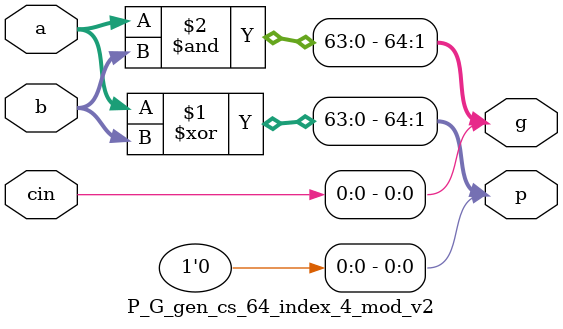
<source format=v>
/* verilator lint_off EOFNEWLINE */
/* verilator lint_off UNUSEDSIGNAL */
module CS_index4_mod_v2 (a,b,cin,sum,cout);

input [64:1] a,b;
input cin;
output [64:1] sum;
output cout;

wire [64:0]p;
wire [64:0]g;

P_G_gen_cs_64_index_4_mod_v2 pg_gen_cs_4 (a,b,cin,p,g);

//level 1
wire [31:0] gnpg_level1;
wire [31:0] pp_level1;

genvar i;
generate
     for (i = 0;i<32 ;i=i+1 ) begin
        assign gnpg_level1[i]=g[i*2+1]|p[i*2+1]&g[2*i];  // gnpg[0]=g1+p1g0  // 2
        assign pp_level1[i]=p[i*2+1]&p[i*2];              // pp[0]=p1p0
   end
endgenerate

//level 2
wire [15:0] gnpg_level2;
wire [15:0] pp_level2;
generate 
    for (i = 0;i<16 ;i=i+1 ) begin
        assign gnpg_level2[i]=gnpg_level1[i*2+1]|pp_level1[i*2+1]&gnpg_level1[i*2];  // 4
        assign pp_level2[i]=pp_level1[i*2+1]&pp_level1[i*2];
   end
endgenerate

//level 3

wire [15:0] gnpg_level3;
wire [15:0] pp_level3;

assign gnpg_level3[0]=gnpg_level2[0];
assign pp_level3[0]=pp_level2[0];

generate 
      for (i = 1;i<16 ;i=i+1 ) begin
         assign gnpg_level3[i]=gnpg_level2[i]|pp_level2[i]&gnpg_level2[i-1];  // 4,8
         assign pp_level3[i]=pp_level2[i]&pp_level2[i-1];
      end
endgenerate

//level 4

wire [15:0] gnpg_level4;
wire [15:0] pp_level4;

assign gnpg_level4[0]=gnpg_level3[0];
assign pp_level4[0]=pp_level3[0];
assign gnpg_level4[1]=gnpg_level3[1];
assign pp_level4[1]=pp_level3[1];

generate 
      for (i = 2;i<16 ;i=i+1 ) begin
         assign gnpg_level4[i]=gnpg_level3[i]|pp_level3[i]&gnpg_level3[i-2];  // 4,8,12,16
         assign pp_level4[i]=pp_level3[i]&pp_level3[i-2];
      end
endgenerate

//level 5

wire [7:0] gnpg_level5;
wire [7:0] pp_level5;

assign gnpg_level5[0]=gnpg_level4[0];
assign pp_level5[0]=pp_level4[0];
assign gnpg_level5[1]=gnpg_level4[1];
assign pp_level5[1]=pp_level4[1];
assign gnpg_level5[2]=gnpg_level4[2];
assign pp_level5[2]=pp_level4[2];
assign gnpg_level5[3]=gnpg_level4[3];
assign pp_level5[3]=pp_level4[3];

generate
      for (i = 4;i<8 ;i=i+1 ) begin
         assign gnpg_level5[i]=gnpg_level4[i]|pp_level4[i]&gnpg_level4[i-4];  // 4,8,12,16,20,24,28,32
         assign pp_level5[i]=pp_level4[i]&pp_level4[i-4];
      end
endgenerate

//level 6

wire [3:0] gnpg_level6;
wire [3:0] pp_level6;

generate
      for (i = 0;i<4 ;i=i+1 ) begin
         assign gnpg_level6[i]=gnpg_level4[i+8]|pp_level4[i+8]&gnpg_level5[i+4];  // 36 40 44 48 
         assign pp_level6[i]=pp_level4[i+8]&pp_level5[i+4];
      end
endgenerate
// level 7
wire [3:0] gnpg_level7;
wire [3:0] pp_level7;

generate
      for (i = 0;i<4 ;i=i+1 ) begin
         assign gnpg_level7[i]=gnpg_level4[i+12]|pp_level4[i+12]&gnpg_level6[i];  // 52 56 60 64
         assign pp_level7[i]=pp_level4[i+12]&pp_level6[i];
      end
endgenerate



wire tmp1,tmp_c4,tmp_c5,tmp_c6,tmp_c8,tmp_c9;
wire tmp_c10,tmp_c12,tmp_c13,tmp_c14,tmp_c16,tmp_c17;
wire tmp_c18,tmp_c20,tmp_c21,tmp_c22,tmp_c24,tmp_c25;
wire tmp_c26,tmp_c28,tmp_c29,tmp_c30,tmp_c32,tmp_c33;
wire tmp_c34,tmp_c36,tmp_c37,tmp_c38,tmp_c40,tmp_c41;
wire tmp_c42,tmp_c44,tmp_c45,tmp_c46,tmp_c48,tmp_c49;
wire tmp_c50,tmp_c52,tmp_c53,tmp_c54,tmp_c56,tmp_c57;
wire tmp_c58,tmp_c60,tmp_c61,tmp_c62;
assign cout = g[64]| p[64]&gnpg_level7[3];
assign sum[1]= cin^p[1];
assign sum[2]=gnpg_level1[0]^p[2];
assign tmp1=g[2]|p[2]&gnpg_level1[0];//c2
assign sum[3]= tmp1^p[3];
assign sum[4]=gnpg_level5[0]^p[4];
assign tmp_c4=g[4]|p[4]&gnpg_level2[0];//c4
assign sum[5]=tmp_c4^p[5];
assign tmp_c5=gnpg_level1[2]|pp_level1[2]&gnpg_level2[0];//c5
assign sum[6]=tmp_c5^p[6];
assign tmp_c6=g[6]|p[6]&tmp_c5;//c6
assign sum[7]=tmp_c6^p[7];
assign sum[8]=gnpg_level5[1]^p[8];
assign tmp_c8=g[8]|p[8]&gnpg_level3[1];//c8
assign sum[9]=tmp_c8^p[9];
assign tmp_c9=gnpg_level1[4]|pp_level1[4]&gnpg_level3[1];//c9
assign sum[10]=tmp_c9^p[10];
assign tmp_c10=g[10]|p[10]&tmp_c9;//c10
assign sum[11]=tmp_c10^p[11];
assign sum[12]=gnpg_level5[2]^p[12];
assign tmp_c12=g[12]|p[12]&gnpg_level4[2];//c12
assign sum[13]=tmp_c12^p[13];
assign tmp_c13=gnpg_level1[6]|pp_level1[6]&gnpg_level4[2];//c13
assign sum[14]=tmp_c13^p[14];
assign tmp_c14=g[14]|p[14]&tmp_c13;//c14
assign sum[15]=tmp_c14^p[15];
assign sum[16]=gnpg_level5[3]^p[16];
assign tmp_c16=g[16]|p[16]&gnpg_level4[3];//c16
assign sum[17]=tmp_c16^p[17];
assign tmp_c17=gnpg_level1[8]|pp_level1[8]&gnpg_level4[3];//c17
assign sum[18]=tmp_c17^p[18];
assign tmp_c18=g[18]|p[18]&tmp_c17;//c18
assign sum[19]=tmp_c18^p[19];
assign sum[20]=gnpg_level5[4]^p[20];
assign tmp_c20=g[20]|p[20]&gnpg_level5[4];//c20
assign sum[21]=tmp_c20^p[21];
assign tmp_c21=gnpg_level1[10]|pp_level1[10]&gnpg_level5[4];//c21
assign sum[22]=tmp_c21^p[22];
assign tmp_c22=g[22]|p[22]&tmp_c21;//c22
assign sum[23]=tmp_c22^p[23];
assign sum[24]=gnpg_level5[5]^p[24];
assign tmp_c24=g[24]|p[24]&gnpg_level5[5];//c24
assign sum[25]=tmp_c24^p[25];
assign tmp_c25=gnpg_level1[12]|pp_level1[12]&gnpg_level5[5];//c25
assign sum[26]=tmp_c25^p[26];
assign tmp_c26=g[26]|p[26]&tmp_c25;//c26
assign sum[27]=tmp_c26^p[27];
assign sum[28]=gnpg_level5[6]^p[28];
assign tmp_c28=g[28]|p[28]&gnpg_level5[6];//c28
assign sum[29]=tmp_c28^p[29];
assign tmp_c29=gnpg_level1[14]|pp_level1[14]&gnpg_level5[6];//c29
assign sum[30]=tmp_c29^p[30];
assign tmp_c30=g[30]|p[30]&tmp_c29;//c30
assign sum[31]=tmp_c30^p[31];
assign sum[32]=gnpg_level5[7]^p[32];
assign tmp_c32=g[32]|p[32]&gnpg_level5[7];//c32
assign sum[33]=tmp_c32^p[33];
assign tmp_c33=gnpg_level1[16]|pp_level1[16]&gnpg_level5[7];//c33
assign sum[34]=tmp_c33^p[34];
assign tmp_c34=g[34]|p[34]&tmp_c33;//c34
assign sum[35]=tmp_c34^p[35];
assign sum[36]=gnpg_level6[0]^p[36];
assign tmp_c36=g[36]|p[36]&gnpg_level6[0];//c36
assign sum[37]=tmp_c36^p[37];
assign tmp_c37=gnpg_level1[18]|pp_level1[18]&gnpg_level6[0];//c37
assign sum[38]=tmp_c37^p[38];
assign tmp_c38=g[38]|p[38]&tmp_c37;//c38
assign sum[39]=tmp_c38^p[39];
assign sum[40]=gnpg_level6[1]^p[40];
assign tmp_c40=g[40]|p[40]&gnpg_level6[1];//c40
assign sum[41]=tmp_c40^p[41];
assign tmp_c41=gnpg_level1[20]|pp_level1[20]&gnpg_level6[1];//c41
assign sum[42]=tmp_c41^p[42];
assign tmp_c42=g[42]|p[42]&tmp_c41;//c42
assign sum[43]=tmp_c42^p[43];
assign sum[44]=gnpg_level6[2]^p[44];
assign tmp_c44=g[44]|p[44]&gnpg_level6[2];//c44
assign sum[45]=tmp_c44^p[45];
assign tmp_c45=gnpg_level1[22]|pp_level1[22]&gnpg_level6[2];//c45
assign sum[46]=tmp_c45^p[46];
assign tmp_c46=g[46]|p[46]&tmp_c45;//c46
assign sum[47]=tmp_c46^p[47];
assign sum[48]=gnpg_level6[3]^p[48];
assign tmp_c48=g[48]|p[48]&gnpg_level6[3];//c48
assign sum[49]=tmp_c48^p[49];
assign tmp_c49=gnpg_level1[24]|pp_level1[24]&gnpg_level6[3];//c49
assign sum[50]=tmp_c49^p[50];
assign tmp_c50=g[50]|p[50]&tmp_c49;//c50
assign sum[51]=tmp_c50^p[51];
assign sum[52]=gnpg_level7[0]^p[52];
assign tmp_c52=g[52]|p[52]&gnpg_level7[0];//c52
assign sum[53]=tmp_c52^p[53];
assign tmp_c53=gnpg_level1[26]|pp_level1[26]&gnpg_level7[0];//c53
assign sum[54]=tmp_c53^p[54];
assign tmp_c54=g[54]|p[54]&tmp_c53;//c54
assign sum[55]=tmp_c54^p[55];
assign sum[56]=gnpg_level7[1]^p[56];
assign tmp_c56=g[56]|p[56]&gnpg_level7[1];//c56
assign sum[57]=tmp_c56^p[57];
assign tmp_c57=gnpg_level1[28]|pp_level1[28]&gnpg_level7[1];//c57
assign sum[58]=tmp_c57^p[58];
assign tmp_c58=g[58]|p[58]&tmp_c57;//c58
assign sum[59]=tmp_c58^p[59];
assign sum[60]=gnpg_level7[2]^p[60];
assign tmp_c60=g[60]|p[60]&gnpg_level7[2];//c60
assign sum[61]=tmp_c60^p[61];
assign tmp_c61=gnpg_level1[30]|pp_level1[30]&gnpg_level7[2];//c61
assign sum[62]=tmp_c61^p[62];
assign tmp_c62=g[62]|p[62]&tmp_c61;//c62
assign sum[63]=tmp_c62^p[63];
assign sum[64]=gnpg_level7[3]^p[64];
endmodule
module P_G_gen_cs_64_index_4_mod_v2 (a,b,cin,p,g);
input [63:0]a;
input [63:0]b;
input cin;
output [64:0]p;
output [64:0]g;
assign g[0]=cin;
assign p[0]=0;
assign p[64:1]=a^b;
assign g[64:1]=a&b;
endmodule


</source>
